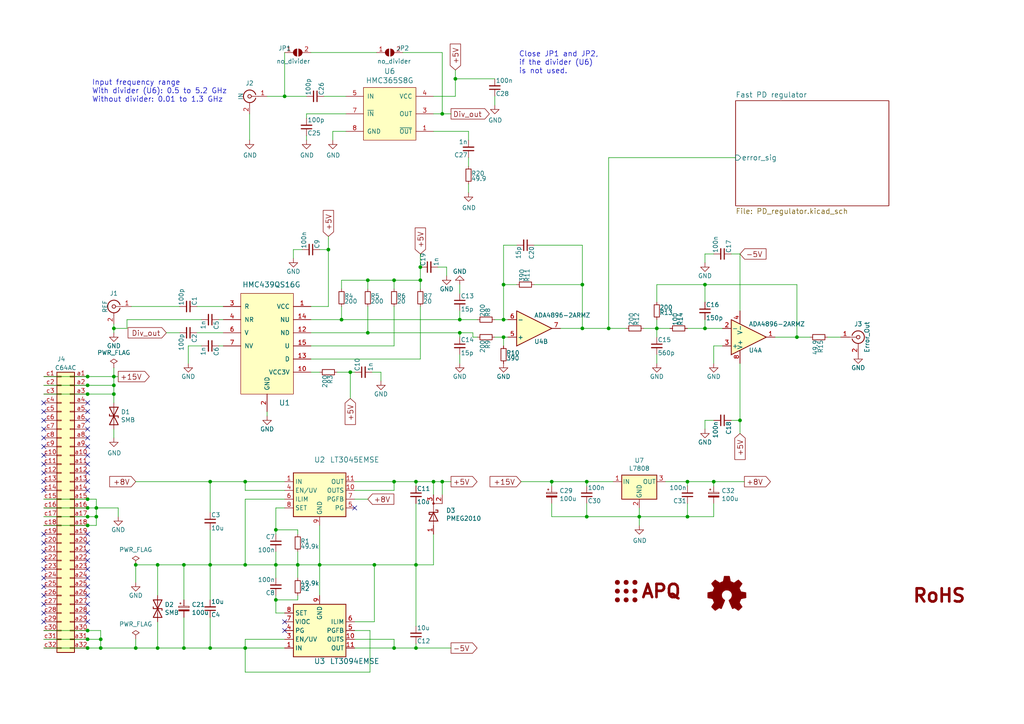
<source format=kicad_sch>
(kicad_sch (version 20230121) (generator eeschema)
  (paper "A4")
  (title_block (title "Phase-Frequency Detector") (date "2023-11-03") (rev "1.4.2") (company "Atoms-Photons-Quanta, Institut für Angewandte Physik, TU Darmstadt") (comment 1 "Tilman Preuschoff"))
  (junction (at 25.4 149.86))
  (junction (at 82.55 27.94))
  (junction (at 146.05 92.71))
  (junction (at 33.02 111.76))
  (junction (at 120.65 187.96))
  (junction (at 25.4 109.22))
  (junction (at 29.21 187.96))
  (junction (at 108.585 163.83))
  (junction (at 25.4 147.32))
  (junction (at 168.91 82.55))
  (junction (at 80.01 163.83))
  (junction (at 33.02 114.3))
  (junction (at 25.4 111.76))
  (junction (at 25.4 152.4))
  (junction (at 60.96 163.83))
  (junction (at 199.39 149.86))
  (junction (at 45.72 187.96))
  (junction (at 190.5 95.25))
  (junction (at 39.37 187.96))
  (junction (at 176.53 95.25))
  (junction (at 170.18 139.7))
  (junction (at 199.39 139.7))
  (junction (at 27.94 149.86))
  (junction (at 25.4 185.42))
  (junction (at 71.12 187.96))
  (junction (at 133.35 92.71))
  (junction (at 71.12 139.7))
  (junction (at 106.68 81.28))
  (junction (at 39.37 163.83))
  (junction (at 80.01 173.99))
  (junction (at 204.47 95.25))
  (junction (at 160.02 139.7))
  (junction (at 185.42 149.86))
  (junction (at 25.4 114.3))
  (junction (at 86.36 163.83))
  (junction (at 114.3 81.28))
  (junction (at 114.3 139.7))
  (junction (at 128.27 33.02))
  (junction (at 71.12 163.83))
  (junction (at 101.6 107.95))
  (junction (at 121.92 77.47))
  (junction (at 60.96 187.96))
  (junction (at 53.34 187.96))
  (junction (at 25.4 144.78))
  (junction (at 133.35 96.52))
  (junction (at 120.65 163.83))
  (junction (at 121.92 81.28))
  (junction (at 207.01 139.7))
  (junction (at 106.68 96.52))
  (junction (at 170.18 149.86))
  (junction (at 53.34 163.83))
  (junction (at 99.06 92.71))
  (junction (at 80.01 153.67))
  (junction (at 125.73 139.7))
  (junction (at 214.63 121.92))
  (junction (at 120.65 139.7))
  (junction (at 114.3 187.96))
  (junction (at 231.14 97.79))
  (junction (at 146.05 97.79))
  (junction (at 25.4 187.96))
  (junction (at 95.25 72.39))
  (junction (at 45.72 163.83))
  (junction (at 27.94 147.32))
  (junction (at 128.27 139.7))
  (junction (at 146.05 82.55))
  (junction (at 204.47 82.55))
  (junction (at 33.02 95.25))
  (junction (at 60.96 139.7))
  (junction (at 29.21 185.42))
  (junction (at 168.91 95.25))
  (junction (at 132.08 22.86))
  (junction (at 25.4 182.88))
  (junction (at 33.02 109.22))
  (junction (at 92.71 163.83))
  (no_connect (at 12.7 137.16))
  (no_connect (at 25.4 160.02))
  (no_connect (at 25.4 134.62))
  (no_connect (at 12.7 180.34))
  (no_connect (at 25.4 177.8))
  (no_connect (at 12.7 142.24))
  (no_connect (at 25.4 127))
  (no_connect (at 12.7 162.56))
  (no_connect (at 12.7 165.1))
  (no_connect (at 12.7 139.7))
  (no_connect (at 12.7 127))
  (no_connect (at 25.4 172.72))
  (no_connect (at 12.7 175.26))
  (no_connect (at 25.4 162.56))
  (no_connect (at 25.4 129.54))
  (no_connect (at 25.4 170.18))
  (no_connect (at 12.7 160.02))
  (no_connect (at 12.7 170.18))
  (no_connect (at 25.4 132.08))
  (no_connect (at 12.7 132.08))
  (no_connect (at 25.4 142.24))
  (no_connect (at 25.4 137.16))
  (no_connect (at 12.7 177.8))
  (no_connect (at 12.7 129.54))
  (no_connect (at 12.7 121.92))
  (no_connect (at 12.7 119.38))
  (no_connect (at 12.7 116.84))
  (no_connect (at 25.4 139.7))
  (no_connect (at 12.7 154.94))
  (no_connect (at 25.4 157.48))
  (no_connect (at 82.55 182.88))
  (no_connect (at 102.87 147.32))
  (no_connect (at 25.4 180.34))
  (no_connect (at 25.4 119.38))
  (no_connect (at 25.4 121.92))
  (no_connect (at 25.4 116.84))
  (no_connect (at 82.55 180.34))
  (no_connect (at 25.4 175.26))
  (no_connect (at 12.7 172.72))
  (no_connect (at 12.7 157.48))
  (no_connect (at 12.7 134.62))
  (no_connect (at 25.4 165.1))
  (no_connect (at 12.7 167.64))
  (no_connect (at 25.4 124.46))
  (no_connect (at 25.4 154.94))
  (no_connect (at 12.7 124.46))
  (no_connect (at 25.4 167.64))
  (wire (pts (xy 71.12 185.42) (xy 71.12 187.96)))
  (wire (pts (xy 114.3 142.24) (xy 114.3 139.7)))
  (wire (pts (xy 135.89 55.88) (xy 135.89 53.34)))
  (wire (pts (xy 52.07 96.52) (xy 48.26 96.52)))
  (wire (pts (xy 27.94 149.86) (xy 27.94 152.4)))
  (wire (pts (xy 120.65 139.7) (xy 120.65 140.97)))
  (wire (pts (xy 168.91 95.25) (xy 168.91 82.55)))
  (wire (pts (xy 114.3 88.9) (xy 114.3 100.33)))
  (wire (pts (xy 146.05 92.71) (xy 147.32 92.71)))
  (wire (pts (xy 95.25 72.39) (xy 95.25 88.9)))
  (wire (pts (xy 25.4 182.88) (xy 29.21 182.88)))
  (wire (pts (xy 36.83 92.71) (xy 36.83 95.25)))
  (wire (pts (xy 80.01 147.32) (xy 82.55 147.32)))
  (wire (pts (xy 114.3 100.33) (xy 90.17 100.33)))
  (wire (pts (xy 190.5 95.25) (xy 194.31 95.25)))
  (wire (pts (xy 101.6 107.95) (xy 102.87 107.95)))
  (wire (pts (xy 176.53 95.25) (xy 176.53 45.72)))
  (wire (pts (xy 130.81 33.02) (xy 128.27 33.02)))
  (wire (pts (xy 86.36 160.02) (xy 86.36 163.83)))
  (wire (pts (xy 95.25 68.58) (xy 95.25 72.39)))
  (wire (pts (xy 25.4 147.32) (xy 27.94 147.32)))
  (wire (pts (xy 27.94 147.32) (xy 27.94 149.86)))
  (wire (pts (xy 110.49 107.95) (xy 110.49 110.49)))
  (wire (pts (xy 106.68 88.9) (xy 106.68 96.52)))
  (wire (pts (xy 143.51 27.94) (xy 143.51 30.48)))
  (wire (pts (xy 107.315 182.88) (xy 102.87 182.88)))
  (wire (pts (xy 92.71 163.83) (xy 108.585 163.83)))
  (wire (pts (xy 80.01 153.67) (xy 80.01 147.32)))
  (wire (pts (xy 204.47 92.71) (xy 204.47 95.25)))
  (wire (pts (xy 114.3 81.28) (xy 114.3 83.82)))
  (wire (pts (xy 132.08 27.94) (xy 125.73 27.94)))
  (wire (pts (xy 185.42 149.86) (xy 199.39 149.86)))
  (wire (pts (xy 133.35 96.52) (xy 133.35 97.79)))
  (wire (pts (xy 77.47 27.94) (xy 82.55 27.94)))
  (wire (pts (xy 80.01 173.99) (xy 80.01 177.8)))
  (wire (pts (xy 25.4 144.78) (xy 27.94 144.78)))
  (wire (pts (xy 120.65 163.83) (xy 120.65 181.61)))
  (wire (pts (xy 86.36 163.83) (xy 92.71 163.83)))
  (wire (pts (xy 92.71 72.39) (xy 95.25 72.39)))
  (wire (pts (xy 231.14 97.79) (xy 234.95 97.79)))
  (wire (pts (xy 33.02 111.76) (xy 33.02 109.22)))
  (wire (pts (xy 132.08 22.86) (xy 143.51 22.86)))
  (wire (pts (xy 162.56 95.25) (xy 168.91 95.25)))
  (wire (pts (xy 133.35 92.71) (xy 138.43 92.71)))
  (wire (pts (xy 125.73 163.83) (xy 120.65 163.83)))
  (wire (pts (xy 39.37 163.83) (xy 45.72 163.83)))
  (wire (pts (xy 204.47 73.66) (xy 207.01 73.66)))
  (wire (pts (xy 33.02 95.25) (xy 33.02 96.52)))
  (wire (pts (xy 185.42 149.86) (xy 185.42 152.4)))
  (wire (pts (xy 53.34 173.99) (xy 53.34 163.83)))
  (wire (pts (xy 114.3 81.28) (xy 121.92 81.28)))
  (wire (pts (xy 170.18 146.05) (xy 170.18 149.86)))
  (wire (pts (xy 190.5 92.71) (xy 190.5 95.25)))
  (wire (pts (xy 64.77 88.9) (xy 57.15 88.9)))
  (wire (pts (xy 130.81 139.7) (xy 128.27 139.7)))
  (wire (pts (xy 45.72 187.96) (xy 53.34 187.96)))
  (wire (pts (xy 146.05 82.55) (xy 149.86 82.55)))
  (wire (pts (xy 45.72 163.83) (xy 53.34 163.83)))
  (wire (pts (xy 121.92 104.14) (xy 90.17 104.14)))
  (wire (pts (xy 86.36 163.83) (xy 86.36 167.64)))
  (wire (pts (xy 99.06 88.9) (xy 99.06 92.71)))
  (wire (pts (xy 33.02 109.22) (xy 34.29 109.22)))
  (wire (pts (xy 80.01 172.72) (xy 80.01 173.99)))
  (wire (pts (xy 130.81 187.96) (xy 120.65 187.96)))
  (wire (pts (xy 154.94 71.12) (xy 168.91 71.12)))
  (wire (pts (xy 168.91 71.12) (xy 168.91 82.55)))
  (wire (pts (xy 146.05 82.55) (xy 146.05 71.12)))
  (wire (pts (xy 86.36 173.99) (xy 86.36 172.72)))
  (wire (pts (xy 85.09 72.39) (xy 85.09 74.93)))
  (wire (pts (xy 212.09 121.92) (xy 214.63 121.92)))
  (wire (pts (xy 71.12 194.945) (xy 107.315 194.945)))
  (wire (pts (xy 80.01 163.83) (xy 86.36 163.83)))
  (wire (pts (xy 129.54 77.47) (xy 129.54 80.01)))
  (wire (pts (xy 96.52 38.1) (xy 96.52 40.64)))
  (wire (pts (xy 60.96 187.96) (xy 71.12 187.96)))
  (wire (pts (xy 214.63 125.73) (xy 214.63 121.92)))
  (wire (pts (xy 160.02 149.86) (xy 170.18 149.86)))
  (wire (pts (xy 125.73 139.7) (xy 125.73 143.51)))
  (wire (pts (xy 129.54 77.47) (xy 127 77.47)))
  (wire (pts (xy 12.7 111.76) (xy 25.4 111.76)))
  (wire (pts (xy 71.12 185.42) (xy 82.55 185.42)))
  (wire (pts (xy 204.47 82.55) (xy 231.14 82.55)))
  (wire (pts (xy 71.12 139.7) (xy 71.12 142.24)))
  (wire (pts (xy 132.08 22.86) (xy 132.08 27.94)))
  (wire (pts (xy 88.9 40.64) (xy 88.9 39.37)))
  (wire (pts (xy 80.01 163.83) (xy 80.01 167.64)))
  (wire (pts (xy 106.68 81.28) (xy 114.3 81.28)))
  (wire (pts (xy 99.06 92.71) (xy 133.35 92.71)))
  (wire (pts (xy 102.87 139.7) (xy 114.3 139.7)))
  (wire (pts (xy 93.98 27.94) (xy 100.33 27.94)))
  (wire (pts (xy 85.09 72.39) (xy 87.63 72.39)))
  (wire (pts (xy 80.01 177.8) (xy 82.55 177.8)))
  (wire (pts (xy 170.18 139.7) (xy 177.8 139.7)))
  (wire (pts (xy 160.02 139.7) (xy 170.18 139.7)))
  (wire (pts (xy 38.1 88.9) (xy 52.07 88.9)))
  (wire (pts (xy 39.37 187.96) (xy 45.72 187.96)))
  (wire (pts (xy 147.32 97.79) (xy 146.05 97.79)))
  (wire (pts (xy 86.36 153.67) (xy 86.36 154.94)))
  (wire (pts (xy 36.83 95.25) (xy 33.02 95.25)))
  (wire (pts (xy 132.08 20.32) (xy 132.08 22.86)))
  (wire (pts (xy 170.18 149.86) (xy 185.42 149.86)))
  (wire (pts (xy 154.94 82.55) (xy 168.91 82.55)))
  (wire (pts (xy 33.02 127) (xy 33.02 124.46)))
  (wire (pts (xy 120.65 187.96) (xy 114.3 187.96)))
  (wire (pts (xy 121.92 73.66) (xy 121.92 77.47)))
  (wire (pts (xy 25.4 109.22) (xy 33.02 109.22)))
  (wire (pts (xy 199.39 139.7) (xy 199.39 140.97)))
  (wire (pts (xy 128.27 33.02) (xy 125.73 33.02)))
  (wire (pts (xy 190.5 95.25) (xy 190.5 97.79)))
  (wire (pts (xy 90.17 15.24) (xy 109.22 15.24)))
  (wire (pts (xy 160.02 139.7) (xy 160.02 140.97)))
  (wire (pts (xy 125.73 38.1) (xy 135.89 38.1)))
  (wire (pts (xy 29.21 182.88) (xy 29.21 185.42)))
  (wire (pts (xy 108.585 180.34) (xy 108.585 163.83)))
  (wire (pts (xy 137.16 96.52) (xy 137.16 97.79)))
  (wire (pts (xy 25.4 152.4) (xy 27.94 152.4)))
  (wire (pts (xy 207.01 149.86) (xy 207.01 146.05)))
  (wire (pts (xy 146.05 71.12) (xy 149.86 71.12)))
  (wire (pts (xy 71.12 163.83) (xy 80.01 163.83)))
  (wire (pts (xy 151.13 139.7) (xy 160.02 139.7)))
  (wire (pts (xy 92.71 152.4) (xy 92.71 163.83)))
  (wire (pts (xy 204.47 87.63) (xy 204.47 82.55)))
  (wire (pts (xy 199.39 139.7) (xy 207.01 139.7)))
  (wire (pts (xy 102.87 187.96) (xy 114.3 187.96)))
  (wire (pts (xy 71.12 139.7) (xy 82.55 139.7)))
  (wire (pts (xy 137.16 97.79) (xy 138.43 97.79)))
  (wire (pts (xy 58.42 100.33) (xy 54.61 100.33)))
  (wire (pts (xy 80.01 154.94) (xy 80.01 153.67)))
  (wire (pts (xy 12.7 182.88) (xy 25.4 182.88)))
  (wire (pts (xy 90.17 107.95) (xy 92.71 107.95)))
  (wire (pts (xy 29.21 185.42) (xy 29.21 187.96)))
  (wire (pts (xy 64.77 92.71) (xy 63.5 92.71)))
  (wire (pts (xy 204.47 121.92) (xy 207.01 121.92)))
  (wire (pts (xy 71.12 142.24) (xy 82.55 142.24)))
  (wire (pts (xy 120.65 139.7) (xy 114.3 139.7)))
  (wire (pts (xy 25.4 114.3) (xy 33.02 114.3)))
  (wire (pts (xy 207.01 139.7) (xy 207.01 140.97)))
  (wire (pts (xy 133.35 82.55) (xy 133.35 85.09)))
  (wire (pts (xy 160.02 146.05) (xy 160.02 149.86)))
  (wire (pts (xy 204.47 73.66) (xy 204.47 76.2)))
  (wire (pts (xy 100.33 33.02) (xy 88.9 33.02)))
  (wire (pts (xy 116.84 15.24) (xy 128.27 15.24)))
  (wire (pts (xy 102.87 185.42) (xy 114.3 185.42)))
  (wire (pts (xy 33.02 114.3) (xy 33.02 116.84)))
  (wire (pts (xy 106.68 81.28) (xy 106.68 83.82)))
  (wire (pts (xy 101.6 107.95) (xy 101.6 115.57)))
  (wire (pts (xy 60.96 139.7) (xy 71.12 139.7)))
  (wire (pts (xy 60.96 153.67) (xy 60.96 163.83)))
  (wire (pts (xy 212.09 73.66) (xy 214.63 73.66)))
  (wire (pts (xy 25.4 185.42) (xy 29.21 185.42)))
  (wire (pts (xy 128.27 15.24) (xy 128.27 33.02)))
  (wire (pts (xy 102.87 180.34) (xy 108.585 180.34)))
  (wire (pts (xy 12.7 147.32) (xy 25.4 147.32)))
  (wire (pts (xy 80.01 160.02) (xy 80.01 163.83)))
  (wire (pts (xy 135.89 48.26) (xy 135.89 45.72)))
  (wire (pts (xy 12.7 114.3) (xy 25.4 114.3)))
  (wire (pts (xy 25.4 111.76) (xy 33.02 111.76)))
  (wire (pts (xy 29.21 187.96) (xy 39.37 187.96)))
  (wire (pts (xy 146.05 97.79) (xy 143.51 97.79)))
  (wire (pts (xy 199.39 149.86) (xy 207.01 149.86)))
  (wire (pts (xy 146.05 82.55) (xy 146.05 92.71)))
  (wire (pts (xy 168.91 95.25) (xy 176.53 95.25)))
  (wire (pts (xy 60.96 187.96) (xy 60.96 179.07)))
  (wire (pts (xy 27.94 147.32) (xy 34.29 147.32)))
  (wire (pts (xy 12.7 187.96) (xy 25.4 187.96)))
  (wire (pts (xy 90.17 96.52) (xy 106.68 96.52)))
  (wire (pts (xy 71.12 187.96) (xy 82.55 187.96)))
  (wire (pts (xy 60.96 139.7) (xy 60.96 148.59)))
  (wire (pts (xy 114.3 185.42) (xy 114.3 187.96)))
  (wire (pts (xy 80.01 173.99) (xy 86.36 173.99)))
  (wire (pts (xy 72.39 33.02) (xy 72.39 40.64)))
  (wire (pts (xy 146.05 97.79) (xy 146.05 100.33)))
  (wire (pts (xy 102.87 142.24) (xy 114.3 142.24)))
  (wire (pts (xy 39.37 139.7) (xy 60.96 139.7)))
  (wire (pts (xy 102.87 144.78) (xy 106.68 144.78)))
  (wire (pts (xy 27.94 144.78) (xy 27.94 147.32)))
  (wire (pts (xy 45.72 172.72) (xy 45.72 163.83)))
  (wire (pts (xy 80.01 153.67) (xy 86.36 153.67)))
  (wire (pts (xy 133.35 96.52) (xy 137.16 96.52)))
  (wire (pts (xy 12.7 144.78) (xy 25.4 144.78)))
  (wire (pts (xy 240.03 97.79) (xy 243.84 97.79)))
  (wire (pts (xy 120.65 146.05) (xy 120.65 163.83)))
  (wire (pts (xy 33.02 93.98) (xy 33.02 95.25)))
  (wire (pts (xy 121.92 81.28) (xy 121.92 77.47)))
  (wire (pts (xy 77.47 119.38) (xy 77.47 120.65)))
  (wire (pts (xy 185.42 147.32) (xy 185.42 149.86)))
  (wire (pts (xy 82.55 27.94) (xy 88.9 27.94)))
  (wire (pts (xy 53.34 187.96) (xy 60.96 187.96)))
  (wire (pts (xy 186.69 95.25) (xy 190.5 95.25)))
  (wire (pts (xy 92.71 163.83) (xy 92.71 172.72)))
  (wire (pts (xy 133.35 92.71) (xy 133.35 90.17)))
  (wire (pts (xy 108.585 163.83) (xy 120.65 163.83)))
  (wire (pts (xy 12.7 185.42) (xy 25.4 185.42)))
  (wire (pts (xy 204.47 95.25) (xy 209.55 95.25)))
  (wire (pts (xy 207.01 139.7) (xy 215.9 139.7)))
  (wire (pts (xy 36.83 92.71) (xy 58.42 92.71)))
  (wire (pts (xy 190.5 82.55) (xy 204.47 82.55)))
  (wire (pts (xy 39.37 185.42) (xy 39.37 187.96)))
  (wire (pts (xy 120.65 187.96) (xy 120.65 186.69)))
  (wire (pts (xy 135.89 38.1) (xy 135.89 40.64)))
  (wire (pts (xy 71.12 144.78) (xy 82.55 144.78)))
  (wire (pts (xy 133.35 102.87) (xy 133.35 105.41)))
  (wire (pts (xy 121.92 81.28) (xy 121.92 83.82)))
  (wire (pts (xy 71.12 187.96) (xy 71.12 194.945)))
  (wire (pts (xy 45.72 180.34) (xy 45.72 187.96)))
  (wire (pts (xy 207.01 100.33) (xy 207.01 105.41)))
  (wire (pts (xy 12.7 152.4) (xy 25.4 152.4)))
  (wire (pts (xy 121.92 88.9) (xy 121.92 104.14)))
  (wire (pts (xy 231.14 82.55) (xy 231.14 97.79)))
  (wire (pts (xy 125.73 139.7) (xy 120.65 139.7)))
  (wire (pts (xy 60.96 163.83) (xy 60.96 173.99)))
  (wire (pts (xy 204.47 121.92) (xy 204.47 124.46)))
  (wire (pts (xy 53.34 179.07) (xy 53.34 187.96)))
  (wire (pts (xy 106.68 96.52) (xy 133.35 96.52)))
  (wire (pts (xy 82.55 15.24) (xy 82.55 27.94)))
  (wire (pts (xy 96.52 38.1) (xy 100.33 38.1)))
  (wire (pts (xy 170.18 140.97) (xy 170.18 139.7)))
  (wire (pts (xy 143.51 92.71) (xy 146.05 92.71)))
  (wire (pts (xy 99.06 83.82) (xy 99.06 81.28)))
  (wire (pts (xy 54.61 100.33) (xy 54.61 105.41)))
  (wire (pts (xy 99.06 81.28) (xy 106.68 81.28)))
  (wire (pts (xy 39.37 163.83) (xy 39.37 168.91)))
  (wire (pts (xy 53.34 163.83) (xy 60.96 163.83)))
  (wire (pts (xy 34.29 147.32) (xy 34.29 149.86)))
  (wire (pts (xy 199.39 146.05) (xy 199.39 149.86)))
  (wire (pts (xy 95.25 88.9) (xy 90.17 88.9)))
  (wire (pts (xy 33.02 106.68) (xy 33.02 109.22)))
  (wire (pts (xy 25.4 149.86) (xy 27.94 149.86)))
  (wire (pts (xy 199.39 95.25) (xy 204.47 95.25)))
  (wire (pts (xy 190.5 102.87) (xy 190.5 105.41)))
  (wire (pts (xy 128.27 139.7) (xy 125.73 139.7)))
  (wire (pts (xy 12.7 109.22) (xy 25.4 109.22)))
  (wire (pts (xy 176.53 45.72) (xy 213.36 45.72)))
  (wire (pts (xy 60.96 163.83) (xy 71.12 163.83)))
  (wire (pts (xy 214.63 73.66) (xy 214.63 90.17)))
  (wire (pts (xy 64.77 96.52) (xy 57.15 96.52)))
  (wire (pts (xy 214.63 121.92) (xy 214.63 105.41)))
  (wire (pts (xy 125.73 154.94) (xy 125.73 163.83)))
  (wire (pts (xy 33.02 111.76) (xy 33.02 114.3)))
  (wire (pts (xy 25.4 187.96) (xy 29.21 187.96)))
  (wire (pts (xy 193.04 139.7) (xy 199.39 139.7)))
  (wire (pts (xy 181.61 95.25) (xy 176.53 95.25)))
  (wire (pts (xy 209.55 100.33) (xy 207.01 100.33)))
  (wire (pts (xy 110.49 107.95) (xy 107.95 107.95)))
  (wire (pts (xy 190.5 87.63) (xy 190.5 82.55)))
  (wire (pts (xy 12.7 149.86) (xy 25.4 149.86)))
  (wire (pts (xy 97.79 107.95) (xy 101.6 107.95)))
  (wire (pts (xy 224.79 97.79) (xy 231.14 97.79)))
  (wire (pts (xy 90.17 92.71) (xy 99.06 92.71)))
  (wire (pts (xy 107.315 194.945) (xy 107.315 182.88)))
  (wire (pts (xy 88.9 33.02) (xy 88.9 34.29)))
  (wire (pts (xy 64.77 100.33) (xy 63.5 100.33)))
  (wire (pts (xy 128.27 139.7) (xy 128.27 143.51)))
  (wire (pts (xy 71.12 144.78) (xy 71.12 163.83)))
  (text "Input frequency range\nWith divider (U6): 0.5 to 5.2 GHz\nWithout divider: 0.01 to 1.3 GHz\n" (at 26.67 29.845 0) (effects (font (size 1.524 1.524)) (justify left bottom)))
  (text "Close JP1 and JP2,\nif the divider (U6)\nis not used.\n" (at 150.495 21.59 0) (effects (font (size 1.524 1.524)) (justify left bottom)))
  (global_label "+8V" (shape output) (at 215.9 139.7 0) (effects (font (size 1.524 1.524))) (property "Intersheetrefs" "${INTERSHEET_REFS}" (effects hide)))
  (global_label "+5V" (shape input) (at 132.08 20.32 90) (effects (font (size 1.524 1.524))) (property "Intersheetrefs" "${INTERSHEET_REFS}" (effects hide)))
  (global_label "-5V" (shape input) (at 214.63 73.66 0) (effects (font (size 1.524 1.524))) (property "Intersheetrefs" "${INTERSHEET_REFS}" (effects hide)))
  (global_label "+15V" (shape input) (at 151.13 139.7 180) (effects (font (size 1.524 1.524))) (property "Intersheetrefs" "${INTERSHEET_REFS}" (effects hide)))
  (global_label "+5V" (shape output) (at 130.81 139.7 0) (effects (font (size 1.524 1.524))) (property "Intersheetrefs" "${INTERSHEET_REFS}" (effects hide)))
  (global_label "-5V" (shape output) (at 130.81 187.96 0) (effects (font (size 1.524 1.524))) (property "Intersheetrefs" "${INTERSHEET_REFS}" (effects hide)))
  (global_label "+8V" (shape input) (at 106.68 144.78 0) (effects (font (size 1.524 1.524))) (property "Intersheetrefs" "${INTERSHEET_REFS}" (effects hide)))
  (global_label "Div_out" (shape input) (at 48.26 96.52 180) (effects (font (size 1.524 1.524))) (property "Intersheetrefs" "${INTERSHEET_REFS}" (effects hide)))
  (global_label "+5V" (shape input) (at 95.25 68.58 90) (effects (font (size 1.524 1.524))) (property "Intersheetrefs" "${INTERSHEET_REFS}" (effects hide)))
  (global_label "+15V" (shape output) (at 34.29 109.22 0) (effects (font (size 1.524 1.524))) (property "Intersheetrefs" "${INTERSHEET_REFS}" (effects hide)))
  (global_label "+5V" (shape input) (at 214.63 125.73 270) (effects (font (size 1.524 1.524))) (property "Intersheetrefs" "${INTERSHEET_REFS}" (effects hide)))
  (global_label "+8V" (shape input) (at 39.37 139.7 180) (effects (font (size 1.524 1.524))) (property "Intersheetrefs" "${INTERSHEET_REFS}" (effects hide)))
  (global_label "Div_out" (shape output) (at 130.81 33.02 0) (effects (font (size 1.524 1.524))) (property "Intersheetrefs" "${INTERSHEET_REFS}" (effects hide)))
  (global_label "+5V" (shape input) (at 121.92 73.66 90) (effects (font (size 1.524 1.524))) (property "Intersheetrefs" "${INTERSHEET_REFS}" (effects hide)))
  (global_label "+5V" (shape input) (at 101.6 115.57 270) (effects (font (size 1.524 1.524))) (property "Intersheetrefs" "${INTERSHEET_REFS}" (effects hide)))
  (symbol (lib_id "Regulator_Linear:LT3045xMSE") (at 92.71 142.24 0) (unit 1)
    (property "Reference" "U2" (at 92.71 133.35 0) (effects (font (size 1.524 1.524))))
    (property "Value" "LT3045EMSE" (at 102.87 133.35 0) (effects (font (size 1.524 1.524))))
    (property "Footprint" "Package_SO:MSOP-12-1EP_3x4mm_P0.65mm_EP1.65x2.85mm" (effects hide))
    (property "Datasheet" "https://www.analog.com/media/en/technical-documentation/data-sheets/3045fa.pdf" (effects hide))
    (property "MFN" "Analog Devices" (effects hide))
    (property "PN" "LT3045EMSE#PBF" (effects hide))
  )
  (symbol (lib_id "Device:C_Small") (at 60.96 151.13 0) (unit 1)
    (property "Reference" "C3" (at 61.214 149.352 0) (effects (justify left)))
    (property "Value" "10u" (at 61.214 153.162 0) (effects (justify left)))
    (property "Footprint" "Capacitor_SMD:C_1210_3225Metric" (effects hide))
    (property "MFN" "TDK" (effects hide))
    (property "PN" "C3225X7R2A106K250AC" (effects hide))
  )
  (symbol (lib_id "Device:C_Small") (at 80.01 157.48 0) (mirror y) (unit 1)
    (property "Reference" "C7" (at 79.756 155.702 0) (effects (justify left)))
    (property "Value" "100n" (at 79.756 159.512 0) (effects (justify left)))
    (property "Footprint" "Capacitor_SMD:C_1206_3216Metric" (effects hide))
    (property "MFN" "Murata-Electronics" (effects hide))
    (property "PN" "GRM3195C2A104JA01D" (effects hide))
  )
  (symbol (lib_id "Device:C_Small") (at 120.65 143.51 0) (unit 1)
    (property "Reference" "C11" (at 120.904 141.732 0) (effects (justify left)))
    (property "Value" "10u" (at 120.904 145.542 0) (effects (justify left)))
    (property "Footprint" "Capacitor_SMD:C_1210_3225Metric" (effects hide))
    (property "MFN" "TDK" (effects hide))
    (property "PN" "C3225X7R2A106K250AC" (effects hide))
  )
  (symbol (lib_id "Device:R_Small") (at 86.36 157.48 0) (unit 1)
    (property "Reference" "R1" (at 87.122 156.972 0) (effects (justify left)))
    (property "Value" "49.9k" (at 87.122 158.496 0) (effects (justify left)))
    (property "Footprint" "Resistor_SMD:R_0603_1608Metric" (effects hide))
    (property "MFN" "Panasonic" (effects hide))
    (property "PN" "ERJ-UP3F4992V" (effects hide))
  )
  (symbol (lib_id "power:GND") (at 39.37 168.91 0) (unit 1)
    (property "Reference" "#PWR01" (effects hide))
    (property "Value" "GND" (at 39.37 172.72 0))
  )
  (symbol (lib_id "Device:C_Small") (at 60.96 176.53 0) (mirror x) (unit 1)
    (property "Reference" "C4" (at 61.214 178.308 0) (effects (justify left)))
    (property "Value" "10u" (at 61.214 174.498 0) (effects (justify left)))
    (property "Footprint" "Capacitor_SMD:C_1210_3225Metric" (effects hide))
    (property "MFN" "TDK" (effects hide))
    (property "PN" "C3225X7R2A106K250AC" (effects hide))
  )
  (symbol (lib_id "Device:C_Small") (at 80.01 170.18 180) (unit 1)
    (property "Reference" "C8" (at 79.756 171.958 0) (effects (justify left)))
    (property "Value" "100n" (at 79.756 168.148 0) (effects (justify left)))
    (property "Footprint" "Capacitor_SMD:C_1206_3216Metric" (effects hide))
    (property "MFN" "Murata-Electronics" (effects hide))
    (property "PN" "GRM3195C2A104JA01D" (effects hide))
  )
  (symbol (lib_id "Device:C_Small") (at 120.65 184.15 0) (mirror x) (unit 1)
    (property "Reference" "C12" (at 120.904 185.928 0) (effects (justify left)))
    (property "Value" "10u" (at 120.904 182.118 0) (effects (justify left)))
    (property "Footprint" "Capacitor_SMD:C_1210_3225Metric" (effects hide))
    (property "MFN" "TDK" (effects hide))
    (property "PN" "C3225X7R2A106K250AC" (effects hide))
  )
  (symbol (lib_id "Device:R_Small") (at 86.36 170.18 0) (mirror x) (unit 1)
    (property "Reference" "R2" (at 87.122 170.688 0) (effects (justify left)))
    (property "Value" "49.9k" (at 87.122 169.164 0) (effects (justify left)))
    (property "Footprint" "Resistor_SMD:R_0603_1608Metric" (effects hide))
    (property "MFN" "Panasonic" (effects hide))
    (property "PN" "ERJ-UP3F4992V" (effects hide))
  )
  (symbol (lib_id "Linear-Technology:HMC439QS16G") (at 77.47 124.46 0) (unit 1)
    (property "Reference" "U1" (at 82.55 116.84 0) (effects (font (size 1.524 1.524))))
    (property "Value" "HMC439QS16G" (at 78.74 82.55 0) (effects (font (size 1.524 1.524))))
    (property "Footprint" "footprints:QSOP-16_3.9x4.9mm_P0.635mm_EP_2.3mmx1.75mm_DNF" (effects hide))
    (property "MFN" "Analog Devices" (effects hide))
    (property "Config" "DNF" (effects hide))
    (property "PN" "HMC439QS16GE" (effects hide))
  )
  (symbol (lib_id "power:GND") (at 77.47 120.65 0) (unit 1)
    (property "Reference" "#PWR02" (effects hide))
    (property "Value" "GND" (at 77.47 124.46 0))
  )
  (symbol (lib_id "Connector:Conn_Coaxial") (at 33.02 88.9 0) (mirror y) (unit 1)
    (property "Reference" "J1" (at 33.02 85.09 0))
    (property "Value" "REF" (at 30.48 88.9 90))
    (property "Footprint" "Connector_Coaxial:SMA_Amphenol_132289_EdgeMount" (effects hide))
    (property "Datasheet" "https://www.mouser.de/datasheet/2/238/conrevsma006.062-g-1544686.pdf" (effects hide))
    (property "MFN" "Amphenol" (effects hide))
    (property "PN" "132289" (effects hide))
  )
  (symbol (lib_id "Device:C_Small") (at 54.61 88.9 270) (mirror x) (unit 1)
    (property "Reference" "C1" (at 56.388 88.646 0) (effects (justify left)))
    (property "Value" "100p" (at 52.578 88.646 0) (effects (justify left)))
    (property "Footprint" "Capacitor_SMD:C_0603_1608Metric" (effects hide))
    (property "MFN" "TDK" (effects hide))
    (property "PN" "CGJ3E2C0G2A101J080AA" (effects hide))
  )
  (symbol (lib_id "Device:C_Small") (at 60.96 92.71 270) (unit 1)
    (property "Reference" "C5" (at 62.738 92.964 0) (effects (justify left)))
    (property "Value" "1n" (at 58.928 92.964 0) (effects (justify left)))
    (property "Footprint" "Capacitor_SMD:C_0603_1608Metric" (effects hide))
    (property "MFN" "KEMET" (effects hide))
    (property "PN" "C0603X102K4RACAUTO" (effects hide))
  )
  (symbol (lib_id "Device:C_Small") (at 54.61 96.52 270) (unit 1)
    (property "Reference" "C2" (at 56.388 96.774 0) (effects (justify left)))
    (property "Value" "100p" (at 52.578 96.774 0) (effects (justify left)))
    (property "Footprint" "Capacitor_SMD:C_0603_1608Metric" (effects hide))
    (property "MFN" "TDK" (effects hide))
    (property "PN" "CGJ3E2C0G2A101J080AA" (effects hide))
  )
  (symbol (lib_id "Device:C_Small") (at 60.96 100.33 270) (unit 1)
    (property "Reference" "C6" (at 62.738 100.584 0) (effects (justify left)))
    (property "Value" "1n" (at 58.928 100.584 0) (effects (justify left)))
    (property "Footprint" "Capacitor_SMD:C_0603_1608Metric" (effects hide))
    (property "MFN" "KEMET" (effects hide))
    (property "PN" "C0603X102K4RACAUTO" (effects hide))
  )
  (symbol (lib_id "Device:C_Small") (at 90.17 72.39 270) (mirror x) (unit 1)
    (property "Reference" "C9" (at 91.948 72.136 0) (effects (justify left)))
    (property "Value" "100n" (at 88.138 72.136 0) (effects (justify left)))
    (property "Footprint" "Capacitor_SMD:C_0603_1608Metric" (effects hide))
    (property "MFN" "KEMET" (effects hide))
    (property "PN" "C0603C104K5RAC3121" (effects hide))
  )
  (symbol (lib_id "Device:C_Small") (at 133.35 87.63 0) (unit 1)
    (property "Reference" "C13" (at 133.604 85.852 0) (effects (justify left)))
    (property "Value" "15p" (at 133.604 89.662 0) (effects (justify left)))
    (property "Footprint" "Capacitor_SMD:C_0603_1608Metric" (effects hide))
    (property "MFN" "Vishay / Vitramon" (effects hide))
    (property "PN" "VJ0603A150JXBAC" (effects hide))
  )
  (symbol (lib_id "Device:C_Small") (at 133.35 100.33 0) (unit 1)
    (property "Reference" "C14" (at 133.604 98.552 0) (effects (justify left)))
    (property "Value" "15p" (at 133.604 102.362 0) (effects (justify left)))
    (property "Footprint" "Capacitor_SMD:C_0603_1608Metric" (effects hide))
    (property "MFN" "Vishay / Vitramon" (effects hide))
    (property "PN" "VJ0603A150JXBAC" (effects hide))
  )
  (symbol (lib_id "Device:R_Small") (at 95.25 107.95 270) (unit 1)
    (property "Reference" "R3" (at 95.758 108.712 0) (effects (justify left)))
    (property "Value" "200" (at 94.234 108.712 0) (effects (justify left)))
    (property "Footprint" "Resistor_SMD:R_0603_1608Metric" (effects hide))
    (property "MFN" "Yageo" (effects hide))
    (property "PN" "RC0603FR-13200RL" (effects hide))
  )
  (symbol (lib_id "Device:R_Small") (at 99.06 86.36 0) (unit 1)
    (property "Reference" "R4" (at 99.822 85.852 0) (effects (justify left)))
    (property "Value" "200" (at 99.822 87.376 0) (effects (justify left)))
    (property "Footprint" "Resistor_SMD:R_0603_1608Metric" (effects hide))
    (property "MFN" "Yageo" (effects hide))
    (property "PN" "RC0603FR-13200RL" (effects hide))
  )
  (symbol (lib_id "Device:R_Small") (at 106.68 86.36 0) (unit 1)
    (property "Reference" "R5" (at 107.442 85.852 0) (effects (justify left)))
    (property "Value" "200" (at 107.442 87.376 0) (effects (justify left)))
    (property "Footprint" "Resistor_SMD:R_0603_1608Metric" (effects hide))
    (property "MFN" "Yageo" (effects hide))
    (property "PN" "RC0603FR-13200RL" (effects hide))
  )
  (symbol (lib_id "Device:R_Small") (at 114.3 86.36 0) (unit 1)
    (property "Reference" "R6" (at 115.062 85.852 0) (effects (justify left)))
    (property "Value" "20" (at 115.062 87.376 0) (effects (justify left)))
    (property "Footprint" "Resistor_SMD:R_0603_1608Metric" (effects hide))
    (property "MFN" "Yageo" (effects hide))
    (property "PN" "AC0603FR-0720RL" (effects hide))
  )
  (symbol (lib_id "Device:R_Small") (at 121.92 86.36 0) (unit 1)
    (property "Reference" "R7" (at 122.682 85.852 0) (effects (justify left)))
    (property "Value" "20" (at 122.682 87.376 0) (effects (justify left)))
    (property "Footprint" "Resistor_SMD:R_0603_1608Metric" (effects hide))
    (property "MFN" "Yageo" (effects hide))
    (property "PN" "AC0603FR-0720RL" (effects hide))
  )
  (symbol (lib_id "Connector:Conn_Coaxial") (at 72.39 27.94 0) (mirror y) (unit 1)
    (property "Reference" "J2" (at 72.39 24.13 0))
    (property "Value" "IN" (at 69.85 27.94 90))
    (property "Footprint" "Connector_Coaxial:SMA_Amphenol_132289_EdgeMount" (effects hide))
    (property "Datasheet" "https://www.mouser.de/datasheet/2/238/conrevsma006.062-g-1544686.pdf" (effects hide))
    (property "MFN" "Amphenol" (effects hide))
    (property "PN" "132289" (effects hide))
  )
  (symbol (lib_id "power:GND") (at 33.02 96.52 0) (unit 1)
    (property "Reference" "#PWR03" (effects hide))
    (property "Value" "GND" (at 33.02 100.33 0))
  )
  (symbol (lib_id "power:GND") (at 133.35 105.41 0) (unit 1)
    (property "Reference" "#PWR04" (effects hide))
    (property "Value" "GND" (at 133.35 109.22 0))
  )
  (symbol (lib_id "power:GND") (at 133.35 82.55 180) (unit 1)
    (property "Reference" "#PWR05" (effects hide))
    (property "Value" "GND" (at 133.35 78.74 0))
  )
  (symbol (lib_id "power:GND") (at 85.09 74.93 0) (unit 1)
    (property "Reference" "#PWR06" (effects hide))
    (property "Value" "GND" (at 85.09 78.74 0))
  )
  (symbol (lib_id "Device:C_Small") (at 105.41 107.95 90) (unit 1)
    (property "Reference" "C10" (at 103.632 107.696 0) (effects (justify left)))
    (property "Value" "1n" (at 107.442 107.696 0) (effects (justify left)))
    (property "Footprint" "Capacitor_SMD:C_0603_1608Metric" (effects hide))
    (property "MFN" "KEMET" (effects hide))
    (property "PN" "C0603X102K4RACAUTO" (effects hide))
  )
  (symbol (lib_id "power:GND") (at 110.49 110.49 0) (mirror y) (unit 1)
    (property "Reference" "#PWR07" (effects hide))
    (property "Value" "GND" (at 110.49 114.3 0))
  )
  (symbol (lib_id "Device:C_Small") (at 209.55 73.66 270) (mirror x) (unit 1)
    (property "Reference" "C17" (at 211.328 73.406 0) (effects (justify left)))
    (property "Value" "100n" (at 207.518 73.406 0) (effects (justify left)))
    (property "Footprint" "Capacitor_SMD:C_0603_1608Metric" (effects hide))
    (property "MFN" "KEMET" (effects hide))
    (property "PN" "C0603C104K5RAC3121" (effects hide))
  )
  (symbol (lib_id "power:GND") (at 204.47 76.2 0) (unit 1)
    (property "Reference" "#PWR08" (effects hide))
    (property "Value" "GND" (at 204.47 80.01 0))
  )
  (symbol (lib_id "Device:C_Small") (at 209.55 121.92 270) (unit 1)
    (property "Reference" "C18" (at 211.328 122.174 0) (effects (justify left)))
    (property "Value" "100n" (at 207.518 122.174 0) (effects (justify left)))
    (property "Footprint" "Capacitor_SMD:C_0603_1608Metric" (effects hide))
    (property "MFN" "KEMET" (effects hide))
    (property "PN" "C0603C104K5RAC3121" (effects hide))
  )
  (symbol (lib_id "power:GND") (at 204.47 124.46 0) (unit 1)
    (property "Reference" "#PWR09" (effects hide))
    (property "Value" "GND" (at 204.47 128.27 0))
  )
  (symbol (lib_id "Device:R_Small") (at 140.97 92.71 270) (mirror x) (unit 1)
    (property "Reference" "R8" (at 141.478 91.948 0) (effects (justify left)))
    (property "Value" "200" (at 139.954 91.948 0) (effects (justify left)))
    (property "Footprint" "Resistor_SMD:R_0603_1608Metric" (effects hide))
    (property "MFN" "Yageo" (effects hide))
    (property "PN" "RC0603FR-13200RL" (effects hide))
  )
  (symbol (lib_id "Device:R_Small") (at 140.97 97.79 270) (unit 1)
    (property "Reference" "R9" (at 141.478 98.552 0) (effects (justify left)))
    (property "Value" "200" (at 139.954 98.552 0) (effects (justify left)))
    (property "Footprint" "Resistor_SMD:R_0603_1608Metric" (effects hide))
    (property "MFN" "Yageo" (effects hide))
    (property "PN" "RC0603FR-13200RL" (effects hide))
  )
  (symbol (lib_id "Device:R_Small") (at 146.05 102.87 0) (unit 1)
    (property "Reference" "R10" (at 146.812 102.362 0) (effects (justify left)))
    (property "Value" "390" (at 146.812 103.886 0) (effects (justify left)))
    (property "Footprint" "Resistor_SMD:R_0603_1608Metric" (effects hide))
    (property "MFN" "Yageo" (effects hide))
    (property "PN" "RC0603FR-13390RL" (effects hide))
  )
  (symbol (lib_id "Device:R_Small") (at 152.4 82.55 270) (mirror x) (unit 1)
    (property "Reference" "R11" (at 152.908 81.788 0) (effects (justify left)))
    (property "Value" "390" (at 151.384 81.788 0) (effects (justify left)))
    (property "Footprint" "Resistor_SMD:R_0603_1608Metric" (effects hide))
    (property "MFN" "Yageo" (effects hide))
    (property "PN" "RC0603FR-13390RL" (effects hide))
  )
  (symbol (lib_id "power:GND") (at 146.05 105.41 0) (unit 1)
    (property "Reference" "#PWR010" (effects hide))
    (property "Value" "GND" (at 146.05 109.22 0))
  )
  (symbol (lib_id "Device:R_Small") (at 184.15 95.25 270) (mirror x) (unit 1)
    (property "Reference" "R12" (at 184.658 94.488 0) (effects (justify left)))
    (property "Value" "200" (at 183.134 94.488 0) (effects (justify left)))
    (property "Footprint" "Resistor_SMD:R_0603_1608Metric" (effects hide))
    (property "MFN" "Yageo" (effects hide))
    (property "PN" "RC0603FR-13200RL" (effects hide))
  )
  (symbol (lib_id "Device:R_Small") (at 196.85 95.25 270) (mirror x) (unit 1)
    (property "Reference" "R14" (at 197.358 94.488 0) (effects (justify left)))
    (property "Value" "100" (at 195.834 94.488 0) (effects (justify left)))
    (property "Footprint" "Resistor_SMD:R_0603_1608Metric" (effects hide))
    (property "MFN" "Yageo" (effects hide))
    (property "PN" "RC0603FR-13100RL" (effects hide))
  )
  (symbol (lib_id "Device:R_Small") (at 190.5 90.17 0) (mirror x) (unit 1)
    (property "Reference" "R13" (at 191.262 90.678 0) (effects (justify left)))
    (property "Value" "200" (at 191.262 89.154 0) (effects (justify left)))
    (property "Footprint" "Resistor_SMD:R_0603_1608Metric" (effects hide))
    (property "MFN" "Yageo" (effects hide))
    (property "PN" "RC0603FR-13200RL" (effects hide))
  )
  (symbol (lib_id "Device:C_Small") (at 204.47 90.17 0) (unit 1)
    (property "Reference" "C16" (at 204.724 88.392 0) (effects (justify left)))
    (property "Value" "150p" (at 204.724 92.202 0) (effects (justify left)))
    (property "Footprint" "Capacitor_SMD:C_0603_1608Metric" (effects hide))
    (property "MFN" "Vishay / Vitramon" (effects hide))
    (property "PN" "VJ0603A151JXBAC" (effects hide))
  )
  (symbol (lib_id "Device:C_Small") (at 190.5 100.33 0) (unit 1)
    (property "Reference" "C15" (at 190.754 98.552 0) (effects (justify left)))
    (property "Value" "560p" (at 190.754 102.362 0) (effects (justify left)))
    (property "Footprint" "Capacitor_SMD:C_0603_1608Metric" (effects hide))
    (property "MFN" "Vishay / Vitramon" (effects hide))
    (property "PN" "VJ0603A561JXAAC" (effects hide))
  )
  (symbol (lib_id "power:GND") (at 190.5 105.41 0) (unit 1)
    (property "Reference" "#PWR011" (effects hide))
    (property "Value" "GND" (at 190.5 109.22 0))
  )
  (symbol (lib_id "power:GND") (at 207.01 105.41 0) (unit 1)
    (property "Reference" "#PWR012" (effects hide))
    (property "Value" "GND" (at 207.01 109.22 0))
  )
  (symbol (lib_id "Connector:Conn_Coaxial") (at 248.92 97.79 0) (unit 1)
    (property "Reference" "J3" (at 248.92 93.98 0))
    (property "Value" "Error_Out" (at 251.46 97.79 90))
    (property "Footprint" "Connector_Coaxial:BNC_Amphenol_B6252HB-NPP3G-50_Horizontal" (effects hide))
    (property "Datasheet" "https://linxtechnologies.com/wp/wp-content/uploads/conbnc002-ds.pdf" (effects hide))
    (property "MFN" "Linx Technologies" (effects hide))
    (property "PN" "CONBNC002" (effects hide))
  )
  (symbol (lib_id "power:GND") (at 248.92 102.87 0) (unit 1)
    (property "Reference" "#PWR013" (effects hide))
    (property "Value" "GND" (at 248.92 106.68 0))
  )
  (symbol (lib_id "Device:C_Small") (at 124.46 77.47 90) (unit 1)
    (property "Reference" "C19" (at 122.682 77.216 0) (effects (justify left)))
    (property "Value" "1n" (at 126.492 77.216 0) (effects (justify left)))
    (property "Footprint" "Capacitor_SMD:C_0603_1608Metric" (effects hide))
    (property "MFN" "KEMET" (effects hide))
    (property "PN" "C0603X102K4RACAUTO" (effects hide))
  )
  (symbol (lib_id "power:GND") (at 129.54 80.01 0) (mirror y) (unit 1)
    (property "Reference" "#PWR014" (effects hide))
    (property "Value" "GND" (at 129.54 83.82 0))
  )
  (symbol (lib_id "Device:R_Small") (at 237.49 97.79 270) (unit 1)
    (property "Reference" "R15" (at 237.998 98.552 0) (effects (justify left)))
    (property "Value" "49.9" (at 236.474 98.552 0) (effects (justify left)))
    (property "Footprint" "Resistor_SMD:R_1210_3225Metric" (effects hide))
    (property "MFN" "Vishay / Dale" (effects hide))
    (property "PN" "CRCW121049R9FKEA" (effects hide))
  )
  (symbol (lib_id "Regulator_Linear:LT3094xMSE") (at 92.71 182.88 0) (mirror x) (unit 1)
    (property "Reference" "U3" (at 92.71 191.77 0) (effects (font (size 1.524 1.524))))
    (property "Value" "LT3094EMSE" (at 102.87 191.77 0) (effects (font (size 1.524 1.524))))
    (property "Footprint" "Package_SO:MSOP-12-1EP_3x4mm_P0.65mm_EP1.65x2.85mm" (effects hide))
    (property "Datasheet" "https://www.analog.com/media/en/technical-documentation/data-sheets/LT3094.pdf" (effects hide))
    (property "MFN" "Analog Devices" (effects hide))
    (property "PN" "LT3094EMSE#PBF" (effects hide))
  )
  (symbol (lib_id "Linear-Technology:ADA4896-2ARMZ") (at 154.94 95.25 0) (mirror x) (unit 2)
    (property "Reference" "U4" (at 154.94 99.06 0) (effects (justify left)))
    (property "Value" "ADA4896-2ARMZ" (at 154.94 91.44 0) (effects (justify left)))
    (property "Footprint" "footprints:MSOP-8_3x3mm_P0.65mm_mod" (effects hide))
    (property "MFN" "Analog Devices" (effects hide))
    (property "PN" "ADA4896-2ARMZ" (effects hide))
  )
  (symbol (lib_id "Linear-Technology:ADA4896-2ARMZ") (at 217.17 97.79 0) (mirror x) (unit 1)
    (property "Reference" "U4" (at 217.17 101.6 0) (effects (justify left)))
    (property "Value" "ADA4896-2ARMZ" (at 217.17 93.98 0) (effects (justify left)))
    (property "Footprint" "footprints:MSOP-8_3x3mm_P0.65mm_mod" (effects hide))
    (property "MFN" "Analog Devices" (effects hide))
    (property "PN" "ADA4896-2ARMZ" (effects hide))
  )
  (symbol (lib_id "power:PWR_FLAG") (at 33.02 106.68 0) (unit 1)
    (property "Reference" "#FLG0101" (effects hide))
    (property "Value" "PWR_FLAG" (at 33.02 102.2858 0))
  )
  (symbol (lib_id "power:PWR_FLAG") (at 39.37 185.42 0) (unit 1)
    (property "Reference" "#FLG0102" (effects hide))
    (property "Value" "PWR_FLAG" (at 39.37 181.0258 0))
  )
  (symbol (lib_id "power:PWR_FLAG") (at 39.37 163.83 0) (unit 1)
    (property "Reference" "#FLG0103" (effects hide))
    (property "Value" "PWR_FLAG" (at 39.37 159.4358 0))
  )
  (symbol (lib_id "Custom_logos:Logo_APQ") (at 173.99 171.45 0) (unit 1) (in_bom no)
    (property "Reference" "LOGO1" (effects hide))
    (property "Value" "Logo_APQ" (effects hide))
    (property "Footprint" "footprints:APQ-Logo" (effects hide))
    (property "Sim.Enable" "0" (effects hide))
  )
  (symbol (lib_id "Graphic:Logo_Open_Hardware_Small") (at 210.82 172.72 0) (unit 1) (in_bom no)
    (property "Reference" "LOGO2" (effects hide))
    (property "Value" "Logo_Open_Hardware_Small" (effects hide))
    (property "Footprint" "Symbol:OSHW-Logo_5.7x6mm_SilkScreen" (effects hide))
    (property "Sim.Enable" "0" (effects hide))
  )
  (symbol (lib_id "Custom_logos:Logo_RoHS") (at 259.08 172.72 0) (unit 1) (in_bom no)
    (property "Reference" "LOGO3" (effects hide))
    (property "Value" "Logo_ROHS" (effects hide))
    (property "Footprint" "Symbol:RoHS-Logo_6mm_SilkScreen" (effects hide))
    (property "Sim.Enable" "0" (effects hide))
  )
  (symbol (lib_id "Device:C_Small") (at 152.4 71.12 270) (unit 1)
    (property "Reference" "C20" (at 154.178 71.374 0) (effects (justify left)))
    (property "Value" "15p" (at 150.368 71.374 0) (effects (justify left)))
    (property "Footprint" "Capacitor_SMD:C_0603_1608Metric" (effects hide))
    (property "MFN" "Vishay / Vitramon" (effects hide))
    (property "PN" "VJ0603A150JXBAC" (effects hide))
  )
  (symbol (lib_id "Linear-Technology:HMC365S8G") (at 113.03 36.83 0) (unit 1)
    (property "Reference" "U6" (at 113.03 20.6502 0) (effects (font (size 1.524 1.524))))
    (property "Value" "HMC365S8G" (at 113.03 23.3426 0) (effects (font (size 1.524 1.524))))
    (property "Footprint" "Package_SO:SOIC-8-1EP_3.9x4.9mm_P1.27mm_EP2.41x3.81mm" (effects hide))
    (property "Datasheet" "https://www.analog.com/media/en/technical-documentation/data-sheets/HMC365S8G.pdf" (effects hide))
    (property "MFN" "Analog Devices" (effects hide))
    (property "PN" "HMC365S8GETR" (effects hide))
    (property "Config" "DNF" (effects hide))
  )
  (symbol (lib_id "Device:C_Small") (at 91.44 27.94 270) (mirror x) (unit 1)
    (property "Reference" "C26" (at 93.218 27.686 0) (effects (justify left)))
    (property "Value" "100p" (at 89.408 27.686 0) (effects (justify left)))
    (property "Footprint" "Capacitor_SMD:C_0603_1608Metric" (effects hide))
    (property "MFN" "TDK" (effects hide))
    (property "PN" "CGJ3E2C0G2A101J080AA" (effects hide))
  )
  (symbol (lib_id "power:GND") (at 96.52 40.64 0) (unit 1)
    (property "Reference" "#PWR0105" (effects hide))
    (property "Value" "GND" (at 96.647 45.0342 0))
  )
  (symbol (lib_id "power:GND") (at 88.9 40.64 0) (unit 1)
    (property "Reference" "#PWR0106" (effects hide))
    (property "Value" "GND" (at 89.027 45.0342 0))
  )
  (symbol (lib_id "power:GND") (at 72.39 40.64 0) (unit 1)
    (property "Reference" "#PWR0110" (effects hide))
    (property "Value" "GND" (at 72.517 45.0342 0))
  )
  (symbol (lib_id "Device:C_Small") (at 88.9 36.83 0) (mirror x) (unit 1)
    (property "Reference" "C25" (at 89.154 38.608 0) (effects (justify left)))
    (property "Value" "100p" (at 89.154 34.798 0) (effects (justify left)))
    (property "Footprint" "Capacitor_SMD:C_0603_1608Metric" (effects hide))
    (property "MFN" "TDK" (effects hide))
    (property "PN" "CGJ3E2C0G2A101J080AA" (effects hide))
  )
  (symbol (lib_id "Device:C_Small") (at 143.51 25.4 0) (mirror x) (unit 1)
    (property "Reference" "C28" (at 143.764 27.178 0) (effects (justify left)))
    (property "Value" "100n" (at 143.764 23.368 0) (effects (justify left)))
    (property "Footprint" "Capacitor_SMD:C_0603_1608Metric" (effects hide))
    (property "MFN" "KEMET" (effects hide))
    (property "PN" "C0603C104K5RAC3121" (effects hide))
  )
  (symbol (lib_id "power:GND") (at 143.51 30.48 0) (unit 1)
    (property "Reference" "#PWR0111" (effects hide))
    (property "Value" "GND" (at 143.637 34.8742 0))
  )
  (symbol (lib_id "power:GND") (at 54.61 105.41 0) (unit 1)
    (property "Reference" "#PWR0112" (effects hide))
    (property "Value" "GND" (at 54.61 109.22 0))
  )
  (symbol (lib_id "power:GND") (at 135.89 55.88 0) (unit 1)
    (property "Reference" "#PWR0113" (effects hide))
    (property "Value" "GND" (at 136.017 60.2742 0))
  )
  (symbol (lib_id "Device:C_Small") (at 135.89 43.18 180) (unit 1)
    (property "Reference" "C27" (at 135.636 44.958 0) (effects (justify left)))
    (property "Value" "1n" (at 135.636 41.148 0) (effects (justify left)))
    (property "Footprint" "Capacitor_SMD:C_0603_1608Metric" (effects hide))
    (property "MFN" "KEMET" (effects hide))
    (property "PN" "C0603X102K4RACAUTO" (effects hide))
  )
  (symbol (lib_id "Device:R_Small") (at 135.89 50.8 0) (unit 1)
    (property "Reference" "R20" (at 136.652 50.292 0) (effects (justify left)))
    (property "Value" "49.9" (at 136.652 51.816 0) (effects (justify left)))
    (property "Footprint" "Resistor_SMD:R_0603_1608Metric" (effects hide))
    (property "MFN" "Panasonic" (effects hide))
    (property "PN" "ERJ-UP3F49R9V" (effects hide))
  )
  (symbol (lib_id "Regulator_Linear:L7808") (at 185.42 139.7 0) (unit 1)
    (property "Reference" "U7" (at 185.42 133.5532 0))
    (property "Value" "L7808" (at 185.42 135.8646 0))
    (property "Footprint" "Package_TO_SOT_THT:TO-220-3_Vertical" (effects hide))
    (property "Datasheet" "http://www.st.com/content/ccc/resource/technical/document/datasheet/41/4f/b3/b0/12/d4/47/88/CD00000444.pdf/files/CD00000444.pdf/jcr:content/translations/en.CD00000444.pdf" (effects hide))
    (property "MFN" "STMicroelectronics" (effects hide))
    (property "PN" "L7808ABV-DG" (effects hide))
  )
  (symbol (lib_id "Device:C_Small") (at 170.18 143.51 0) (mirror x) (unit 1)
    (property "Reference" "C30" (at 170.434 145.288 0) (effects (justify left)))
    (property "Value" "100n" (at 170.434 141.478 0) (effects (justify left)))
    (property "Footprint" "Capacitor_SMD:C_0603_1608Metric" (effects hide))
    (property "MFN" "KEMET" (effects hide))
    (property "PN" "C0603C104K5RAC3121" (effects hide))
  )
  (symbol (lib_id "Device:C_Small") (at 199.39 143.51 180) (unit 1)
    (property "Reference" "C31" (at 199.136 145.288 0) (effects (justify left)))
    (property "Value" "100n" (at 199.136 141.478 0) (effects (justify left)))
    (property "Footprint" "Capacitor_SMD:C_0603_1608Metric" (effects hide))
    (property "MFN" "KEMET" (effects hide))
    (property "PN" "C0603C104K5RAC3121" (effects hide))
  )
  (symbol (lib_id "Device:C_Polarized_Small") (at 160.02 143.51 0) (unit 1)
    (property "Reference" "C29" (at 162.2552 142.3416 0) (effects (justify left)))
    (property "Value" "100u" (at 162.2552 144.653 0) (effects (justify left)))
    (property "Footprint" "Capacitor_THT:CP_Radial_D5.0mm_P2.50mm" (effects hide))
    (property "MFN" "Panasonic" (effects hide))
    (property "PN" "ECA-1AM101I" (effects hide))
  )
  (symbol (lib_id "power:GND") (at 185.42 152.4 0) (unit 1)
    (property "Reference" "#PWR0114" (effects hide))
    (property "Value" "GND" (at 185.547 156.7942 0))
  )
  (symbol (lib_id "Device:C_Polarized_Small") (at 207.01 143.51 0) (unit 1)
    (property "Reference" "C32" (at 209.2452 142.3416 0) (effects (justify left)))
    (property "Value" "100u" (at 209.2452 144.653 0) (effects (justify left)))
    (property "Footprint" "Capacitor_THT:CP_Radial_D5.0mm_P2.50mm" (effects hide))
    (property "MFN" "Panasonic" (effects hide))
    (property "PN" "ECA-1AM101I" (effects hide))
  )
  (symbol (lib_id "Connector:DIN41612_02x32_AC") (at 20.32 147.32 0) (mirror y) (unit 1)
    (property "Reference" "J4" (at 17.78 104.14 0))
    (property "Value" "C64AC" (at 19.05 106.68 0))
    (property "Footprint" "Connector_DIN:DIN41612_C_2x32_Male_Horizontal_THT" (effects hide))
    (property "MFN" "Harting" (effects hide))
    (property "PN" "9031646921" (effects hide))
  )
  (symbol (lib_id "power:GND") (at 34.29 149.86 0) (unit 1)
    (property "Reference" "#PWR0115" (effects hide))
    (property "Value" "GND" (at 34.29 153.67 0))
  )
  (symbol (lib_id "Device:C_Polarized_Small") (at 53.34 176.53 0) (unit 1)
    (property "Reference" "C21" (at 55.5752 175.3616 0) (effects (justify left)))
    (property "Value" "100u" (at 55.5752 177.673 0) (effects (justify left)))
    (property "Footprint" "Capacitor_THT:CP_Radial_D5.0mm_P2.50mm" (effects hide))
    (property "MFN" "Panasonic" (effects hide))
    (property "PN" "ECA-1AM101I" (effects hide))
  )
  (symbol (lib_id "Device:D_TVS") (at 45.72 176.53 270) (unit 1)
    (property "Reference" "D2" (at 47.752 175.3616 90) (effects (justify left)))
    (property "Value" "SMB" (at 47.752 177.673 90) (effects (justify left)))
    (property "Footprint" "Diode_SMD:D_SMB" (effects hide))
    (property "MFN" "Bourns" (effects hide))
    (property "PN" "SMBJ40CA-QH" (effects hide))
  )
  (symbol (lib_id "Device:D_TVS") (at 33.02 120.65 270) (unit 1)
    (property "Reference" "D1" (at 35.052 119.4816 90) (effects (justify left)))
    (property "Value" "SMB" (at 35.052 121.793 90) (effects (justify left)))
    (property "Footprint" "Diode_SMD:D_SMB" (effects hide))
    (property "MFN" "Bourns" (effects hide))
    (property "PN" "SMBJ40CA-QH" (effects hide))
  )
  (symbol (lib_id "power:GND") (at 33.02 127 0) (unit 1)
    (property "Reference" "#PWR0101" (effects hide))
    (property "Value" "GND" (at 33.147 131.3942 0))
  )
  (symbol (lib_id "Device:D_Schottky_AKK") (at 125.73 149.86 270) (unit 1)
    (property "Reference" "D3" (at 129.3876 148.0566 90) (effects (justify left)))
    (property "Value" "PMEG2010" (at 129.3876 150.368 90) (effects (justify left)))
    (property "Footprint" "Package_TO_SOT_SMD:SOT-23" (effects hide))
    (property "MFN" "Nexperia" (effects hide))
    (property "PN" "PMEG2010AET,215" (effects hide))
  )
  (symbol (lib_id "Jumper:SolderJumper_2_Open") (at 113.03 15.24 0) (mirror x) (unit 1)
    (property "Reference" "JP2" (at 116.84 13.97 0))
    (property "Value" "no_divider" (at 114.3 17.78 0))
    (property "Footprint" "Jumper:SolderJumper-2_P1.3mm_Open_RoundedPad1.0x1.5mm" (effects hide))
    (property "Config" "DNF" (effects hide))
  )
  (symbol (lib_id "Jumper:SolderJumper_2_Open") (at 86.36 15.24 0) (unit 1)
    (property "Reference" "JP1" (at 82.55 13.97 0))
    (property "Value" "no_divider" (at 85.09 17.78 0))
    (property "Footprint" "Jumper:SolderJumper-2_P1.3mm_Open_RoundedPad1.0x1.5mm" (effects hide))
    (property "Config" "DNF" (effects hide))
  )
  (sheet (at 213.36 29.21) (size 44.45 30.48)
    (property "Sheetname" "Fast PD regulator" (at 213.36 28.3714 0) (effects (font (size 1.524 1.524)) (justify left bottom)))
    (property "Sheetfile" "PD_regulator.kicad_sch" (at 213.36 60.3762 0) (effects (font (size 1.524 1.524)) (justify left top)))
    (pin "error_sig" input (at 213.36 45.72 180) (effects (font (size 1.524 1.524))))
  )
)
</source>
